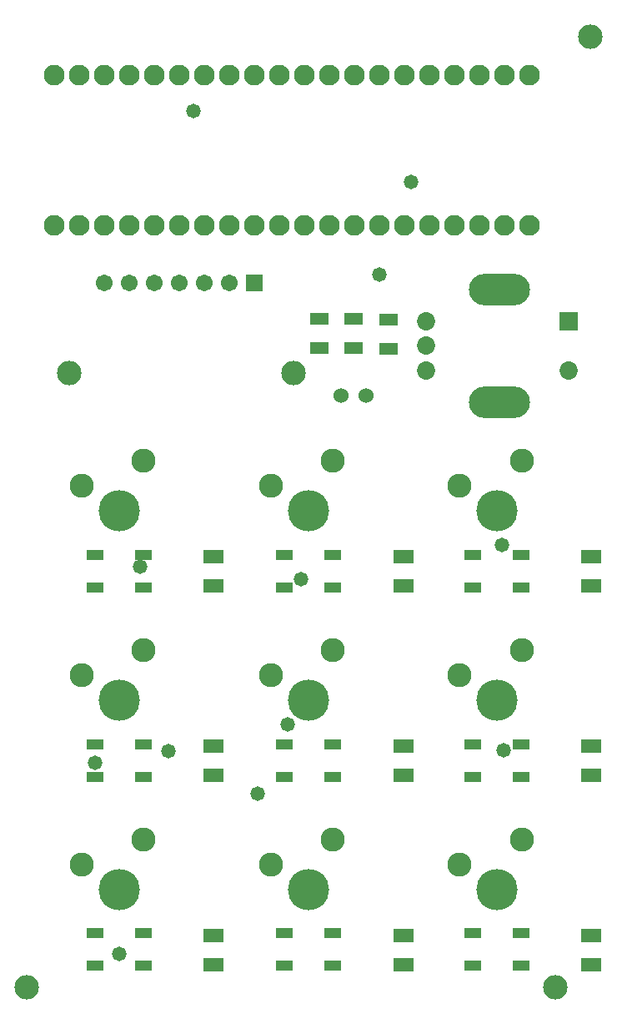
<source format=gts>
G04*
G04 #@! TF.GenerationSoftware,Altium Limited,Altium Designer,21.5.1 (32)*
G04*
G04 Layer_Color=8388736*
%FSTAX25Y25*%
%MOIN*%
G70*
G04*
G04 #@! TF.SameCoordinates,0BFE2CC6-8836-44AC-A470-928A03FDA669*
G04*
G04*
G04 #@! TF.FilePolarity,Negative*
G04*
G01*
G75*
%ADD18R,0.07611X0.04619*%
%ADD19R,0.06706X0.04343*%
%ADD20R,0.07965X0.05367*%
%ADD21C,0.09800*%
%ADD22C,0.08274*%
%ADD23R,0.07296X0.07296*%
%ADD24C,0.07296*%
%ADD25O,0.24422X0.12611*%
%ADD26C,0.09658*%
%ADD27C,0.16500*%
%ADD28C,0.06706*%
%ADD29R,0.06706X0.06706*%
%ADD30C,0.06000*%
%ADD31C,0.05800*%
D18*
X02395Y03625D02*
D03*
Y0374154D02*
D03*
X02535Y0362346D02*
D03*
Y0374D02*
D03*
X0226Y03625D02*
D03*
Y0374154D02*
D03*
D19*
X0306661Y0115804D02*
D03*
Y0128796D02*
D03*
X0287369Y0115804D02*
D03*
Y0128796D02*
D03*
X0211769D02*
D03*
Y0115804D02*
D03*
X0231061Y0128796D02*
D03*
Y0115804D02*
D03*
X0155461D02*
D03*
Y0128796D02*
D03*
X0136169Y0115804D02*
D03*
Y0128796D02*
D03*
X0287369Y0204396D02*
D03*
Y0191404D02*
D03*
X0306661Y0204396D02*
D03*
Y0191404D02*
D03*
X0231061D02*
D03*
Y0204396D02*
D03*
X0211769Y0191404D02*
D03*
Y0204396D02*
D03*
X0136169D02*
D03*
Y0191404D02*
D03*
X0155461Y0204396D02*
D03*
Y0191404D02*
D03*
X0306661Y0267004D02*
D03*
Y0279996D02*
D03*
X0287369Y0267004D02*
D03*
Y0279996D02*
D03*
X0211769D02*
D03*
Y0267004D02*
D03*
X0231061Y0279996D02*
D03*
Y0267004D02*
D03*
X0155461D02*
D03*
Y0279996D02*
D03*
X0136169Y0267004D02*
D03*
Y0279996D02*
D03*
D20*
X03345Y0116316D02*
D03*
Y012793D02*
D03*
X02595Y0116316D02*
D03*
Y012793D02*
D03*
X01835Y0116316D02*
D03*
Y012793D02*
D03*
X03345Y0191916D02*
D03*
Y020353D02*
D03*
X02595Y0191916D02*
D03*
Y020353D02*
D03*
X01835Y0191916D02*
D03*
Y020353D02*
D03*
X03345Y0267516D02*
D03*
Y027913D02*
D03*
X02595Y0267516D02*
D03*
Y027913D02*
D03*
X01835Y0267516D02*
D03*
Y027913D02*
D03*
D21*
X0320279Y0107267D02*
D03*
X0334278Y0487D02*
D03*
X0215692Y0352721D02*
D03*
X0125778D02*
D03*
X0109Y0107267D02*
D03*
D22*
X012Y04115D02*
D03*
X013D02*
D03*
X014D02*
D03*
X015D02*
D03*
X016D02*
D03*
X017D02*
D03*
X018D02*
D03*
X019D02*
D03*
X02D02*
D03*
X021D02*
D03*
X022D02*
D03*
X023D02*
D03*
X024D02*
D03*
X025D02*
D03*
X026D02*
D03*
X027D02*
D03*
X028D02*
D03*
X029D02*
D03*
X03D02*
D03*
X031D02*
D03*
X012Y04715D02*
D03*
X013D02*
D03*
X014D02*
D03*
X015D02*
D03*
X016D02*
D03*
X017D02*
D03*
X018D02*
D03*
X019D02*
D03*
X02D02*
D03*
X021D02*
D03*
X022D02*
D03*
X023D02*
D03*
X024D02*
D03*
X025D02*
D03*
X026D02*
D03*
X027D02*
D03*
X028D02*
D03*
X029D02*
D03*
X03D02*
D03*
X031D02*
D03*
D23*
X0325559Y0373343D02*
D03*
D24*
Y0353657D02*
D03*
X0268472Y0373343D02*
D03*
Y03635D02*
D03*
Y0353657D02*
D03*
D25*
X0298Y0385941D02*
D03*
Y0341059D02*
D03*
D26*
X0282015Y01563D02*
D03*
X0306897Y01663D02*
D03*
X0231297D02*
D03*
X0206415Y01563D02*
D03*
X0130815D02*
D03*
X0155697Y01663D02*
D03*
X0306897Y02419D02*
D03*
X0282015Y02319D02*
D03*
X0206415D02*
D03*
X0231297Y02419D02*
D03*
X0155697D02*
D03*
X0130815Y02319D02*
D03*
X0282015Y03075D02*
D03*
X0306897Y03175D02*
D03*
X0231297D02*
D03*
X0206415Y03075D02*
D03*
X0130815D02*
D03*
X0155697Y03175D02*
D03*
D27*
X0297015Y01463D02*
D03*
X0221415D02*
D03*
X0145815D02*
D03*
X0297015Y02219D02*
D03*
X0221415D02*
D03*
X0145815D02*
D03*
X0297015Y02975D02*
D03*
X0221415D02*
D03*
X0145815D02*
D03*
D28*
X014Y03885D02*
D03*
X015D02*
D03*
X016D02*
D03*
X017D02*
D03*
X019D02*
D03*
X018D02*
D03*
D29*
X02D02*
D03*
D30*
X02345Y03435D02*
D03*
X02445D02*
D03*
D31*
X02132Y02122D02*
D03*
X02625Y0429D02*
D03*
X01757Y04572D02*
D03*
X01362Y01969D02*
D03*
X029875Y028405D02*
D03*
X01657Y02015D02*
D03*
X02013Y0184704D02*
D03*
X0145961Y01205D02*
D03*
X02996Y0202D02*
D03*
X025Y0391815D02*
D03*
X02184Y02702D02*
D03*
X01543Y02754D02*
D03*
M02*

</source>
